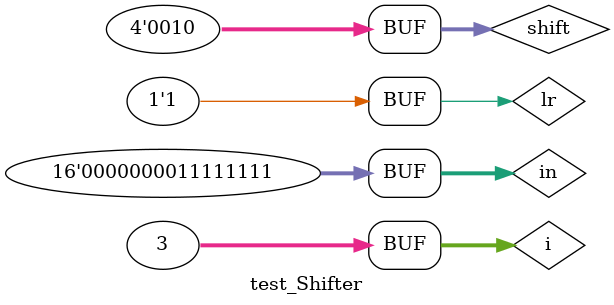
<source format=v>
module test_Shifter;
	reg lr;				// Left or Right
	reg [15:0] in; 	// input
	reg [3:0] shift;	//shift
	
	wire [15:0] out;	//output
	
	integer i;

	Shift_16bit shift0(shift, lr, in, out);
	
	initial begin
		for (i = 1; i < 3; i = i + 1) begin
			shift = i;	// shift 1 ~ 3
			lr = 1'b0; 	// Right
			in = 16'hff00;	// 1111 1111 0000 0000
			#100;
		end
		
		#200
		
		for (i = 1; i < 3; i = i + 1) begin
			shift = i;	//shift 1 ~ 3
			lr = 1'b1;	// Left
			in = 16'hff00;	// 1111 1111 0000 0000
			#100;
		end
		
		#200
		
		for (i = 1; i < 3; i = i + 1) begin
			shift = i;	// shift 1 ~ 3
			lr = 1'b0;	// Right
			in = 16'h00ff;	// 0000 0000 1111 1111
			#100;
		end
		
		#200
		
		for (i = 1; i < 3; i = i + 1) begin
			shift = i;	// shift 1 ~ 3
			lr = 1'b1;	// Left
			in = 16'h00ff;	// 0000 0000 1111 1111
			#100;
		end
	end
endmodule 
</source>
